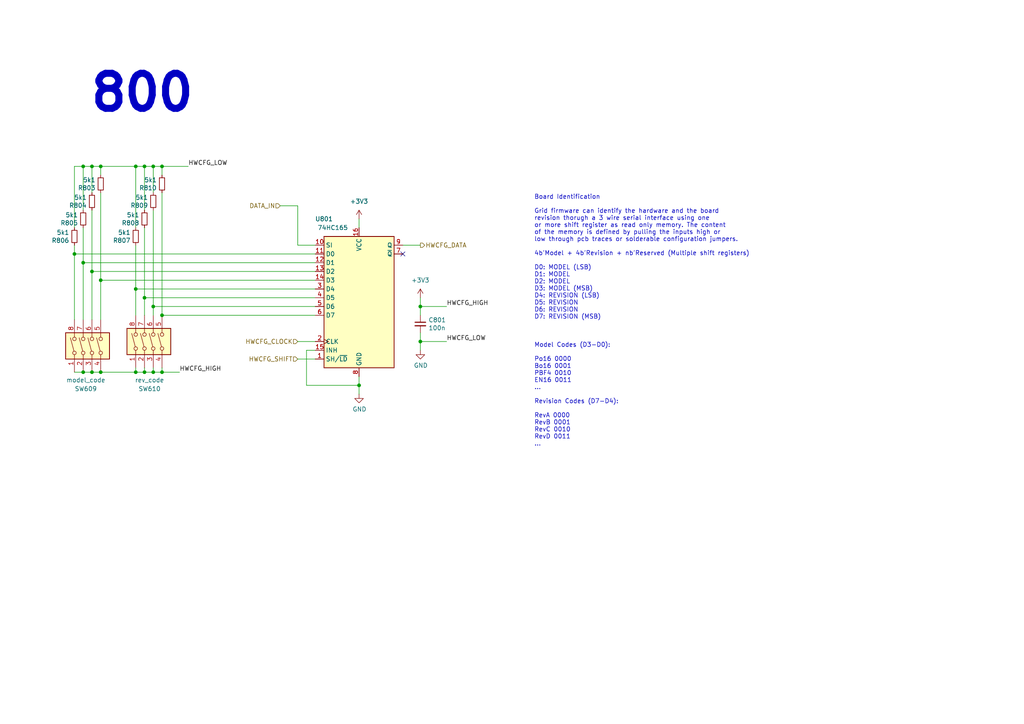
<source format=kicad_sch>
(kicad_sch (version 20250114) (generator "eeschema") (generator_version "9.0")
  (paper "A4")
  (lib_symbols
    (symbol "+3V3_1" (power) (pin_names (offset 0))
      (property "Value" "+3V3" (at 0 3.556 0))
      (symbol "+3V3_1_0_1"
        (polyline (pts (xy -0.762 1.27) (xy 0 2.54)))
        (polyline (pts (xy 0 2.54) (xy 0.762 1.27)))
        (polyline (pts (xy 0 0) (xy 0 2.54)))
      )
      (symbol "+3V3_1_1_1"
        (pin power_in line (at 0 0 90) (length 0) (hide yes) (name "+3V3") (number "1"))
      )
    )
    (symbol "+3V3_2" (power) (pin_names (offset 0))
      (property "Value" "+3V3" (at 0 3.556 0))
      (symbol "+3V3_2_0_1"
        (polyline (pts (xy -0.762 1.27) (xy 0 2.54)))
        (polyline (pts (xy 0 2.54) (xy 0.762 1.27)))
        (polyline (pts (xy 0 0) (xy 0 2.54)))
      )
      (symbol "+3V3_2_1_1"
        (pin power_in line (at 0 0 90) (length 0) (hide yes) (name "+3V3") (number "1"))
      )
    )
    (symbol "+3V3_3" (power) (pin_names (offset 0))
      (property "Value" "+3V3" (at 0 3.556 0))
      (symbol "+3V3_3_0_1"
        (polyline (pts (xy -0.762 1.27) (xy 0 2.54)))
        (polyline (pts (xy 0 2.54) (xy 0.762 1.27)))
        (polyline (pts (xy 0 0) (xy 0 2.54)))
      )
      (symbol "+3V3_3_1_1"
        (pin power_in line (at 0 0 90) (length 0) (hide yes) (name "+3V3") (number "1"))
      )
    )
    (symbol "GND_1" (power) (pin_names (offset 0))
      (property "Value" "GND" (at 0 -3.81 0))
      (symbol "GND_1_0_1"
        (polyline (pts (xy 0 0) (xy 0 -1.27) (xy 1.27 -1.27) (xy 0 -2.54) (xy -1.27 -1.27) (xy 0 -1.27)))
      )
      (symbol "GND_1_1_1"
        (pin power_in line (at 0 0 270) (length 0) (hide yes) (name "GND") (number "1"))
      )
    )
    (symbol "GND_2" (power) (pin_names (offset 0))
      (property "Value" "GND" (at 0 -3.81 0))
      (symbol "GND_2_0_1"
        (polyline (pts (xy 0 0) (xy 0 -1.27) (xy 1.27 -1.27) (xy 0 -2.54) (xy -1.27 -1.27) (xy 0 -1.27)))
      )
      (symbol "GND_2_1_1"
        (pin power_in line (at 0 0 270) (length 0) (hide yes) (name "GND") (number "1"))
      )
    )
    (symbol "GND_3" (power) (pin_names (offset 0))
      (property "Value" "GND" (at 0 -3.81 0))
      (symbol "GND_3_0_1"
        (polyline (pts (xy 0 0) (xy 0 -1.27) (xy 1.27 -1.27) (xy 0 -2.54) (xy -1.27 -1.27) (xy 0 -1.27)))
      )
      (symbol "GND_3_1_1"
        (pin power_in line (at 0 0 270) (length 0) (hide yes) (name "GND") (number "1"))
      )
    )
    (symbol "Switch:SW_DIP_x04" (pin_names (offset 0) (hide yes))
      (property "Reference" "SW" (at 0 8.89 0))
      (property "Value" "SW_DIP_x04" (at 0 -6.35 0))
      (symbol "SW_DIP_x04_0_0"
        (circle (center -2.032 5.08) (radius 0.508))
        (circle (center -2.032 2.54) (radius 0.508))
        (circle (center -2.032 0) (radius 0.508))
        (circle (center -2.032 -2.54) (radius 0.508))
        (polyline (pts (xy -1.524 5.207) (xy 2.3622 6.2484)))
        (polyline (pts (xy -1.524 2.667) (xy 2.3622 3.7084)))
        (polyline (pts (xy -1.524 0.127) (xy 2.3622 1.1684)))
        (polyline (pts (xy -1.524 -2.3876) (xy 2.3622 -1.3462)))
        (circle (center 2.032 5.08) (radius 0.508))
        (circle (center 2.032 2.54) (radius 0.508))
        (circle (center 2.032 0) (radius 0.508))
        (circle (center 2.032 -2.54) (radius 0.508))
      )
      (symbol "SW_DIP_x04_0_1"
        (rectangle (start -3.81 7.62) (end 3.81 -5.08) (stroke (width 0.254)) (fill (type background)))
      )
      (symbol "SW_DIP_x04_1_1"
        (pin passive line (at -7.62 5.08 0) (length 5.08) (name "~") (number "1"))
        (pin passive line (at -7.62 2.54 0) (length 5.08) (name "~") (number "2"))
        (pin passive line (at -7.62 0 0) (length 5.08) (name "~") (number "3"))
        (pin passive line (at -7.62 -2.54 0) (length 5.08) (name "~") (number "4"))
        (pin passive line (at 7.62 5.08 180) (length 5.08) (name "~") (number "8"))
        (pin passive line (at 7.62 2.54 180) (length 5.08) (name "~") (number "7"))
        (pin passive line (at 7.62 0 180) (length 5.08) (name "~") (number "6"))
        (pin passive line (at 7.62 -2.54 180) (length 5.08) (name "~") (number "5"))
      )
    )
    (symbol "power:+3V3" (power) (pin_names (offset 0))
      (property "Value" "+3V3" (at 0 3.556 0))
      (symbol "+3V3_0_1"
        (polyline (pts (xy -0.762 1.27) (xy 0 2.54)))
        (polyline (pts (xy 0 2.54) (xy 0.762 1.27)))
        (polyline (pts (xy 0 0) (xy 0 2.54)))
      )
      (symbol "+3V3_1_1"
        (pin power_in line (at 0 0 90) (length 0) (hide yes) (name "+3V3") (number "1"))
      )
    )
    (symbol "power:GND" (power) (pin_names (offset 0))
      (property "Value" "GND" (at 0 -3.81 0))
      (symbol "GND_0_1"
        (polyline (pts (xy 0 0) (xy 0 -1.27) (xy 1.27 -1.27) (xy 0 -2.54) (xy -1.27 -1.27) (xy 0 -1.27)))
      )
      (symbol "GND_1_1"
        (pin power_in line (at 0 0 270) (length 0) (hide yes) (name "GND") (number "1"))
      )
    )
    (symbol "suku_basics:74HC165"
      (property "Reference" "U" (at -15.24 25.4 0))
      (property "Value" "74HC165" (at -12.7 20.32 0))
      (symbol "74HC165_1_0"
        (pin input line (at -12.7 12.7 0) (length 2.54) (name "D0") (number "11"))
        (pin input line (at -12.7 10.16 0) (length 2.54) (name "D1") (number "12"))
        (pin input line (at -12.7 7.62 0) (length 2.54) (name "D2") (number "13"))
        (pin input line (at -12.7 5.08 0) (length 2.54) (name "D3") (number "14"))
        (pin input line (at -12.7 2.54 0) (length 2.54) (name "D4") (number "3"))
        (pin input line (at -12.7 0 0) (length 2.54) (name "D5") (number "4"))
        (pin input line (at -12.7 -2.54 0) (length 2.54) (name "D6") (number "5"))
        (pin input line (at -12.7 -5.08 0) (length 2.54) (name "D7") (number "6"))
        (pin input clock (at -12.7 -12.7 0) (length 2.54) (name "CLK") (number "2"))
        (pin power_in line (at 0 20.32 270) (length 2.54) (name "VCC") (number "16"))
        (pin power_in line (at 0 -22.86 90) (length 2.54) (name "GND") (number "8"))
        (pin output line (at 12.7 15.24 180) (length 2.54) (name "Q") (number "9"))
      )
      (symbol "74HC165_1_1"
        (rectangle (start -10.16 17.78) (end 10.16 -20.32) (stroke (width 0.254)) (fill (type background)))
        (pin input line (at -12.7 15.24 0) (length 2.54) (name "SI") (number "10"))
        (pin input line (at -12.7 -15.24 0) (length 2.54) (name "INH") (number "15"))
        (pin input line (at -12.7 -17.78 0) (length 2.54) (name "SH/~{LD}") (number "1"))
        (pin output line (at 12.7 12.7 180) (length 2.54) (name "~{Q}") (number "7"))
      )
    )
    (symbol "suku_basics:CAP" (pin_numbers (hide yes)) (pin_names (offset 0.254) (hide yes))
      (property "Reference" "C" (at 0.254 1.778 0))
      (symbol "CAP_0_1"
        (polyline (pts (xy -1.524 0.508) (xy 1.524 0.508)) (stroke (width 0.3048)))
        (polyline (pts (xy -1.524 -0.508) (xy 1.524 -0.508)) (stroke (width 0.3302)))
      )
      (symbol "CAP_1_1"
        (pin passive line (at 0 2.54 270) (length 2.032) (name "~") (number "1"))
        (pin passive line (at 0 -2.54 90) (length 2.032) (name "~") (number "2"))
      )
    )
    (symbol "suku_basics:JP_SolderJumper_2_Open" (pin_names (offset 0) (hide yes))
      (property "Reference" "JP" (at 0 2.032 0))
      (property "Value" "JP_SolderJumper_2_Open" (at 0 -2.54 0))
      (symbol "JP_SolderJumper_2_Open_0_1"
        (polyline (pts (xy -0.254 1.016) (xy -0.254 -1.016)))
        (arc (start -0.254 -1.016) (mid -1.2656 0) (end -0.254 1.016))
        (arc (start -0.254 -1.016) (mid -1.2656 0) (end -0.254 1.016) (fill (type outline)))
        (arc (start 0.254 1.016) (mid 1.2656 0) (end 0.254 -1.016))
        (arc (start 0.254 1.016) (mid 1.2656 0) (end 0.254 -1.016) (fill (type outline)))
        (polyline (pts (xy 0.254 1.016) (xy 0.254 -1.016)))
      )
      (symbol "JP_SolderJumper_2_Open_1_1"
        (pin passive line (at -2.54 0 0) (length 1.27) (name "A") (number "1"))
        (pin passive line (at 2.54 0 180) (length 1.27) (name "B") (number "2"))
      )
    )
    (symbol "suku_basics:RES" (pin_numbers (hide yes)) (pin_names (offset 0.254) (hide yes))
      (property "Reference" "R" (at 0.762 0.508 0))
      (property "Value" "RES" (at 0.762 -1.016 0))
      (symbol "RES_1_1"
        (rectangle (start -0.762 1.778) (end 0.762 -1.778) (stroke (width 0.2032)))
        (pin passive line (at 0 2.54 270) (length 0.762) (name "~") (number "1"))
        (pin passive line (at 0 -2.54 90) (length 0.762) (name "~") (number "2"))
      )
    )
  )
  (text "800" (at 25.4 33.02 0) (effects (font (size 10.16 10.16) (thickness 2.032) (bold yes)) (justify left bottom)))
  (text "Board Identification\n\nGrid firmware can identify the hardware and the board \nrevision thorugh a 3 wire serial interface using one \nor more shift register as read only memory. The content\nof the memory is defined by pulling the inputs high or\nlow through pcb traces or solderable configuration jumpers.\n\n4b'Model + 4b'Revision + nb'Reserved (Multiple shift registers)\n\nD0: MODEL (LSB)\nD1: MODEL\nD2: MODEL\nD3: MODEL (MSB)\nD4: REVISION (LSB)\nD5: REVISION\nD6: REVISION\nD7: REVISION (MSB)\n\n\n\nModel Codes (D3-D0):\n\nPo16 0000\nBo16 0001\nPBF4 0010\nEN16 0011\n...\n\nRevision Codes (D7-D4):\n\nRevA 0000\nRevB 0001\nRevC 0010\nRevD 0011\n...\n" (at 154.94 129.54 0) (effects (font (size 1.27 1.27)) (justify left bottom)))
  (text "LEFT SCREEN" (at -46.99 158.75 0) (effects (font (size 1.27 1.27)) (justify left bottom)))
  (text "RIGHT SCREEN" (at -46.99 123.19 0) (effects (font (size 1.27 1.27)) (justify left bottom)))
  (junction (at 41.91 107.95))
  (junction (at 39.37 107.95))
  (junction (at -29.21 163.83))
  (junction (at 21.59 73.66))
  (junction (at 26.67 48.26))
  (junction (at -29.21 128.27))
  (junction (at 39.37 48.26))
  (junction (at 24.13 107.95))
  (junction (at 104.14 111.76))
  (junction (at 39.37 83.82))
  (junction (at 24.13 48.26))
  (junction (at 29.21 81.28))
  (junction (at 26.67 78.74))
  (junction (at 121.92 99.06))
  (junction (at 44.45 48.26))
  (junction (at 26.67 107.95))
  (junction (at 41.91 86.36))
  (junction (at 44.45 107.95))
  (junction (at 46.99 107.95))
  (junction (at 46.99 91.44))
  (junction (at 121.92 88.9))
  (junction (at 24.13 76.2))
  (junction (at 29.21 107.95))
  (junction (at 29.21 48.26))
  (junction (at 46.99 48.26))
  (junction (at 41.91 48.26))
  (junction (at 44.45 88.9))
  (no_connect (at 116.84 73.66))
  (wire (pts (xy -29.21 161.29) (xy -29.21 163.83)))
  (wire (pts (xy 39.37 106.68) (xy 39.37 107.95)))
  (wire (pts (xy 44.45 106.68) (xy 44.45 107.95)))
  (wire (pts (xy 46.99 107.95) (xy 44.45 107.95)))
  (wire (pts (xy 24.13 76.2) (xy 24.13 92.71)))
  (wire (pts (xy 104.14 111.76) (xy 104.14 109.22)))
  (wire (pts (xy 29.21 81.28) (xy 29.21 92.71)))
  (wire (pts (xy 91.44 86.36) (xy 41.91 86.36)))
  (wire (pts (xy 41.91 48.26) (xy 39.37 48.26)))
  (wire (pts (xy 26.67 78.74) (xy 26.67 92.71)))
  (wire (pts (xy 91.44 76.2) (xy 24.13 76.2)))
  (wire (pts (xy 26.67 107.95) (xy 29.21 107.95)))
  (wire (pts (xy 41.91 86.36) (xy 41.91 91.44)))
  (wire (pts (xy 91.44 101.6) (xy 88.9 101.6)))
  (wire (pts (xy 21.59 48.26) (xy 24.13 48.26)))
  (wire (pts (xy 54.61 48.26) (xy 46.99 48.26)))
  (wire (pts (xy 46.99 55.88) (xy 46.99 91.44)))
  (wire (pts (xy 44.45 88.9) (xy 44.45 91.44)))
  (wire (pts (xy 39.37 83.82) (xy 39.37 91.44)))
  (wire (pts (xy 29.21 55.88) (xy 29.21 81.28)))
  (wire (pts (xy 91.44 99.06) (xy 86.36 99.06)))
  (wire (pts (xy 39.37 107.95) (xy 41.91 107.95)))
  (wire (pts (xy 91.44 81.28) (xy 29.21 81.28)))
  (wire (pts (xy 41.91 48.26) (xy 41.91 60.96)))
  (wire (pts (xy 44.45 60.96) (xy 44.45 88.9)))
  (wire (pts (xy 21.59 48.26) (xy 21.59 66.04)))
  (wire (pts (xy -29.21 128.27) (xy -29.21 130.81)))
  (wire (pts (xy 46.99 106.68) (xy 46.99 107.95)))
  (wire (pts (xy 26.67 60.96) (xy 26.67 78.74)))
  (wire (pts (xy 46.99 50.8) (xy 46.99 48.26)))
  (wire (pts (xy 29.21 48.26) (xy 39.37 48.26)))
  (wire (pts (xy 104.14 63.5) (xy 104.14 66.04)))
  (wire (pts (xy -29.21 163.83) (xy -16.51 163.83)))
  (wire (pts (xy 24.13 66.04) (xy 24.13 76.2)))
  (wire (pts (xy 44.45 48.26) (xy 44.45 55.88)))
  (wire (pts (xy 104.14 114.3) (xy 104.14 111.76)))
  (wire (pts (xy 91.44 83.82) (xy 39.37 83.82)))
  (wire (pts (xy -29.21 173.99) (xy -29.21 171.45)))
  (wire (pts (xy -29.21 125.73) (xy -29.21 128.27)))
  (wire (pts (xy 46.99 91.44) (xy 91.44 91.44)))
  (wire (pts (xy 39.37 48.26) (xy 39.37 66.04)))
  (wire (pts (xy -29.21 118.11) (xy -29.21 120.65)))
  (wire (pts (xy -29.21 138.43) (xy -29.21 135.89)))
  (wire (pts (xy 121.92 99.06) (xy 121.92 101.6)))
  (wire (pts (xy 91.44 78.74) (xy 26.67 78.74)))
  (wire (pts (xy 44.45 48.26) (xy 41.91 48.26)))
  (wire (pts (xy -29.21 128.27) (xy -16.51 128.27)))
  (wire (pts (xy 41.91 107.95) (xy 44.45 107.95)))
  (wire (pts (xy 121.92 96.52) (xy 121.92 99.06)))
  (wire (pts (xy 86.36 59.69) (xy 86.36 71.12)))
  (wire (pts (xy 29.21 50.8) (xy 29.21 48.26)))
  (wire (pts (xy 88.9 101.6) (xy 88.9 111.76)))
  (wire (pts (xy 81.28 59.69) (xy 86.36 59.69)))
  (wire (pts (xy 26.67 48.26) (xy 26.67 55.88)))
  (wire (pts (xy 46.99 107.95) (xy 52.07 107.95)))
  (wire (pts (xy 121.92 88.9) (xy 121.92 91.44)))
  (wire (pts (xy 39.37 107.95) (xy 29.21 107.95)))
  (wire (pts (xy 26.67 48.26) (xy 29.21 48.26)))
  (wire (pts (xy 46.99 48.26) (xy 44.45 48.26)))
  (wire (pts (xy 24.13 107.95) (xy 26.67 107.95)))
  (wire (pts (xy 24.13 107.95) (xy 21.59 107.95)))
  (wire (pts (xy -29.21 153.67) (xy -29.21 156.21)))
  (wire (pts (xy 88.9 111.76) (xy 104.14 111.76)))
  (wire (pts (xy 21.59 73.66) (xy 21.59 92.71)))
  (wire (pts (xy 91.44 88.9) (xy 44.45 88.9)))
  (wire (pts (xy 24.13 48.26) (xy 24.13 60.96)))
  (wire (pts (xy -29.21 163.83) (xy -29.21 166.37)))
  (wire (pts (xy 41.91 66.04) (xy 41.91 86.36)))
  (wire (pts (xy 116.84 71.12) (xy 121.92 71.12)))
  (wire (pts (xy 121.92 88.9) (xy 129.54 88.9)))
  (wire (pts (xy 39.37 71.12) (xy 39.37 83.82)))
  (wire (pts (xy 121.92 86.36) (xy 121.92 88.9)))
  (wire (pts (xy 21.59 71.12) (xy 21.59 73.66)))
  (wire (pts (xy 24.13 48.26) (xy 26.67 48.26)))
  (wire (pts (xy 91.44 73.66) (xy 21.59 73.66)))
  (wire (pts (xy 121.92 99.06) (xy 129.54 99.06)))
  (wire (pts (xy 41.91 106.68) (xy 41.91 107.95)))
  (wire (pts (xy 86.36 71.12) (xy 91.44 71.12)))
  (wire (pts (xy 91.44 104.14) (xy 86.36 104.14)))
  (label "HWCFG_LOW" (at 129.54 99.06 0))
  (label "HWCFG_LOW" (at 54.61 48.26 0))
  (label "HWCFG_HIGH" (at 129.54 88.9 0))
  (label "HWCFG_HIGH" (at 52.07 107.95 0))
  (hierarchical_label "DATA_IN" (shape input) (at 81.28 59.69 180))
  (hierarchical_label "HWCFG_CLOCK" (shape input) (at 86.36 99.06 180))
  (hierarchical_label "HWCFG_SHIFT" (shape input) (at 86.36 104.14 180))
  (hierarchical_label "HWCFG_DATA" (shape output) (at 121.92 71.12 0))
  (symbol (lib_id "suku_basics:74HC165") (at 104.14 86.36 0) (unit 1)
    (property "Reference" "U801" (at 93.98 63.5 0))
    (property "Value" "74HC165" (at 96.52 66.04 0))
    (property "Footprint" "suku_basics:SOIC-16_74HC165" (effects (hide yes)))
    (property "Datasheet" "http://www.ti.com/lit/ds/symlink/sn74hc595.pdf" (effects (hide yes)))
  )
  (symbol (lib_id "power:GND") (at 104.14 114.3 0) (unit 1)
    (property "Reference" "#PWR0852" (effects (hide yes)))
    (property "Value" "GND" (at 104.267 118.6942 0))
  )
  (symbol (lib_id "suku_basics:CAP") (at 121.92 93.98 0) (unit 1)
    (property "Reference" "C801" (at 124.2568 92.8116 0) (effects (justify left)))
    (property "Value" "100n" (at 124.2568 95.123 0) (effects (justify left)))
    (property "Footprint" "suku_basics:CAP_0402" (effects (hide yes)))
  )
  (symbol (lib_name "GND_3") (lib_id "power:GND") (at 121.92 101.6 0) (unit 1)
    (property "Reference" "#PWR0851" (effects (hide yes)))
    (property "Value" "GND" (at 122.047 105.9942 0))
  )
  (symbol (lib_id "power:+3V3") (at 104.14 63.5 0) (unit 1)
    (property "Reference" "#PWR0832" (effects (hide yes)))
    (property "Value" "+3V3" (at 104.14 58.42 0))
  )
  (symbol (lib_name "GND_2") (lib_id "power:GND") (at -29.21 173.99 0) (unit 1)
    (property "Reference" "#PWR0853" (effects (hide yes)))
    (property "Value" "GND" (at -29.083 178.3842 0))
    (instances (project "HWCFG" (path "" (reference "#PWR0152") (unit 1))) (project "PCBA-TEK1" (path "" (reference "#PWR0853") (unit 1))))
  )
  (symbol (lib_id "Switch:SW_DIP_x04") (at 44.45 99.06 90) (unit 1)
    (property "Reference" "SW610" (at 40.132 112.776 90) (effects (justify right)))
    (property "Value" "rev_code" (at 39.116 110.236 90) (effects (justify right)))
    (property "Footprint" "Button_Switch_SMD:SW_DIP_SPSTx04_Slide_Copal_CHS-04B_W7.62mm_P1.27mm" (effects (hide yes)))
    (property "Description" "4x DIP Switch, Single Pole Single Throw (SPST) switch, small symbol" (effects (hide yes)))
  )
  (symbol (lib_name "+3V3_3") (lib_id "power:+3V3") (at -29.21 153.67 0) (unit 1)
    (property "Reference" "#PWR0850" (effects (hide yes)))
    (property "Value" "+3V3" (at -29.21 148.59 0))
  )
  (symbol (lib_id "suku_basics:JP_SolderJumper_2_Open") (at -29.21 158.75 270) (unit 1) (in_bom no) (on_board no) (dnp yes)
    (property "Reference" "JP802" (at -27.4828 157.5816 90) (effects (justify left)))
    (property "Value" "(NF)" (at -27.4828 159.893 90) (effects (justify left)))
    (property "Footprint" "Jumper:SolderJumper-2_P1.3mm_Open_TrianglePad1.0x1.5mm" (effects (hide yes)))
    (instances (project "HWCFG" (path "" (reference "JP1") (unit 1))) (project "PCBA-TEK1" (path "" (reference "JP802") (unit 1))))
  )
  (symbol (lib_id "suku_basics:RES") (at 29.21 53.34 180) (unit 1)
    (property "Reference" "R803" (at 27.7114 54.5084 0) (effects (justify left)))
    (property "Value" "5k1" (at 27.7114 52.197 0) (effects (justify left)))
    (property "Footprint" "suku_basics:RES_0402" (effects (hide yes)))
  )
  (symbol (lib_name "+3V3_2") (lib_id "power:+3V3") (at -29.21 118.11 0) (unit 1)
    (property "Reference" "#PWR0847" (effects (hide yes)))
    (property "Value" "+3V3" (at -29.21 113.03 0))
  )
  (symbol (lib_id "suku_basics:RES") (at 44.45 58.42 180) (unit 1)
    (property "Reference" "R809" (at 42.9514 59.5884 0) (effects (justify left)))
    (property "Value" "5k1" (at 42.9514 57.277 0) (effects (justify left)))
    (property "Footprint" "suku_basics:RES_0402" (effects (hide yes)))
  )
  (symbol (lib_id "suku_basics:RES") (at 24.13 63.5 180) (unit 1)
    (property "Reference" "R805" (at 22.6314 64.6684 0) (effects (justify left)))
    (property "Value" "5k1" (at 22.6314 62.357 0) (effects (justify left)))
    (property "Footprint" "suku_basics:RES_0402" (effects (hide yes)))
  )
  (symbol (lib_id "suku_basics:RES") (at 21.59 68.58 180) (unit 1)
    (property "Reference" "R806" (at 20.0914 69.7484 0) (effects (justify left)))
    (property "Value" "5k1" (at 20.0914 67.437 0) (effects (justify left)))
    (property "Footprint" "suku_basics:RES_0402" (effects (hide yes)))
  )
  (symbol (lib_id "suku_basics:RES") (at 41.91 63.5 180) (unit 1)
    (property "Reference" "R808" (at 40.4114 64.6684 0) (effects (justify left)))
    (property "Value" "5k1" (at 40.4114 62.357 0) (effects (justify left)))
    (property "Footprint" "suku_basics:RES_0402" (effects (hide yes)))
  )
  (symbol (lib_id "suku_basics:RES") (at -29.21 168.91 0) (unit 1) (in_bom no) (on_board no) (dnp yes)
    (property "Reference" "R802" (at -27.7114 167.7416 0) (effects (justify left)))
    (property "Value" "5k1" (at -27.7114 170.053 0) (effects (justify left)))
    (property "Footprint" "suku_basics:RES_0402" (effects (hide yes)))
    (instances (project "HWCFG" (path "" (reference "R33") (unit 1))) (project "PCBA-TEK1" (path "" (reference "R802") (unit 1))))
  )
  (symbol (lib_name "GND_1") (lib_id "power:GND") (at -29.21 138.43 0) (unit 1)
    (property "Reference" "#PWR0848" (effects (hide yes)))
    (property "Value" "GND" (at -29.083 142.8242 0))
    (instances (project "HWCFG" (path "" (reference "#PWR0152") (unit 1))) (project "PCBA-TEK1" (path "" (reference "#PWR0848") (unit 1))))
  )
  (symbol (lib_id "Switch:SW_DIP_x04") (at 26.67 100.33 90) (unit 1)
    (property "Reference" "SW609" (at 24.892 112.776 90))
    (property "Value" "model_code" (at 24.892 110.236 90))
    (property "Footprint" "Button_Switch_SMD:SW_DIP_SPSTx04_Slide_Copal_CHS-04B_W7.62mm_P1.27mm" (effects (hide yes)))
    (property "Description" "4x DIP Switch, Single Pole Single Throw (SPST) switch, small symbol" (effects (hide yes)))
  )
  (symbol (lib_id "suku_basics:RES") (at 39.37 68.58 180) (unit 1)
    (property "Reference" "R807" (at 37.8714 69.7484 0) (effects (justify left)))
    (property "Value" "5k1" (at 37.8714 67.437 0) (effects (justify left)))
    (property "Footprint" "suku_basics:RES_0402" (effects (hide yes)))
  )
  (symbol (lib_id "suku_basics:RES") (at -29.21 133.35 0) (unit 1) (in_bom no) (on_board no) (dnp yes)
    (property "Reference" "R801" (at -27.7114 132.1816 0) (effects (justify left)))
    (property "Value" "5k1" (at -27.7114 134.493 0) (effects (justify left)))
    (property "Footprint" "suku_basics:RES_0402" (effects (hide yes)))
    (instances (project "HWCFG" (path "" (reference "R33") (unit 1))) (project "PCBA-TEK1" (path "" (reference "R801") (unit 1))))
  )
  (symbol (lib_id "suku_basics:RES") (at 26.67 58.42 180) (unit 1)
    (property "Reference" "R804" (at 25.1714 59.5884 0) (effects (justify left)))
    (property "Value" "5k1" (at 25.1714 57.277 0) (effects (justify left)))
    (property "Footprint" "suku_basics:RES_0402" (effects (hide yes)))
  )
  (symbol (lib_id "suku_basics:RES") (at 46.99 53.34 180) (unit 1)
    (property "Reference" "R810" (at 45.4914 54.5084 0) (effects (justify left)))
    (property "Value" "5k1" (at 45.4914 52.197 0) (effects (justify left)))
    (property "Footprint" "suku_basics:RES_0402" (effects (hide yes)))
  )
  (symbol (lib_name "+3V3_1") (lib_id "power:+3V3") (at 121.92 86.36 0) (unit 1)
    (property "Reference" "#PWR0849" (effects (hide yes)))
    (property "Value" "+3V3" (at 121.92 81.28 0))
  )
  (symbol (lib_id "suku_basics:JP_SolderJumper_2_Open") (at -29.21 123.19 270) (unit 1) (in_bom no) (on_board no) (dnp yes)
    (property "Reference" "JP801" (at -27.4828 122.0216 90) (effects (justify left)))
    (property "Value" "(NF)" (at -27.4828 124.333 90) (effects (justify left)))
    (property "Footprint" "Jumper:SolderJumper-2_P1.3mm_Open_TrianglePad1.0x1.5mm" (effects (hide yes)))
    (instances (project "HWCFG" (path "" (reference "JP1") (unit 1))) (project "PCBA-TEK1" (path "" (reference "JP801") (unit 1))))
  )
)
</source>
